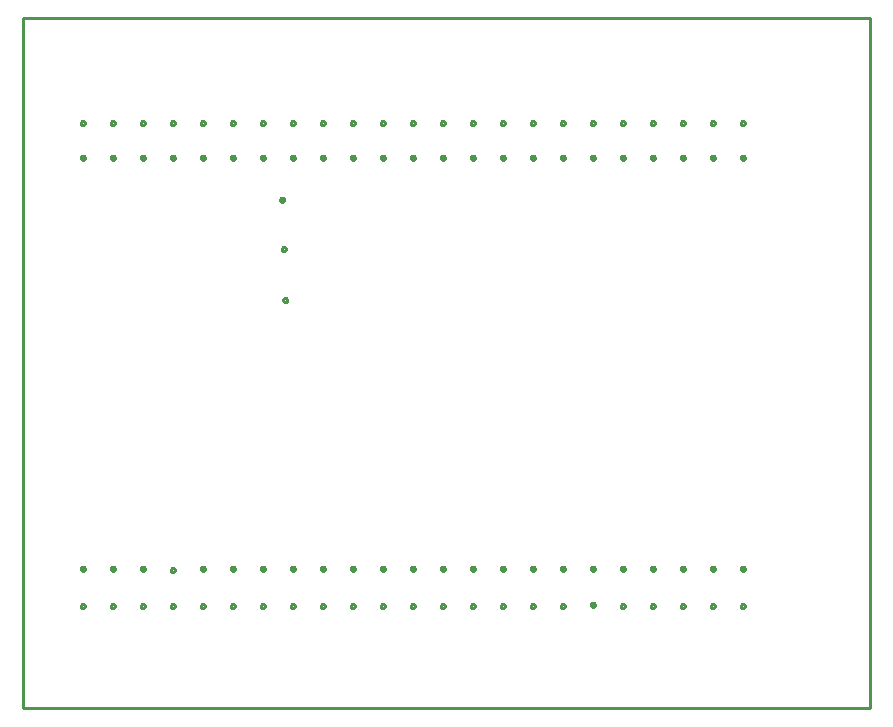
<source format=gbr>
G04 EAGLE Gerber RS-274X export*
G75*
%MOMM*%
%FSLAX34Y34*%
%LPD*%
%IN*%
%IPPOS*%
%AMOC8*
5,1,8,0,0,1.08239X$1,22.5*%
G01*
%ADD10C,0.254000*%


D10*
X0Y0D02*
X717550Y0D01*
X717550Y584200D01*
X0Y584200D01*
X0Y0D01*
X404650Y465918D02*
X404717Y465580D01*
X404849Y465261D01*
X405041Y464974D01*
X405284Y464731D01*
X405571Y464539D01*
X405890Y464407D01*
X406228Y464340D01*
X406572Y464340D01*
X406910Y464407D01*
X407229Y464539D01*
X407516Y464731D01*
X407759Y464974D01*
X407951Y465261D01*
X408083Y465580D01*
X408150Y465918D01*
X408150Y466262D01*
X408083Y466600D01*
X407951Y466919D01*
X407759Y467206D01*
X407516Y467449D01*
X407229Y467641D01*
X406910Y467773D01*
X406572Y467840D01*
X406228Y467840D01*
X405890Y467773D01*
X405571Y467641D01*
X405284Y467449D01*
X405041Y467206D01*
X404849Y466919D01*
X404717Y466600D01*
X404650Y466262D01*
X404650Y465918D01*
X430050Y465918D02*
X430117Y465580D01*
X430249Y465261D01*
X430441Y464974D01*
X430684Y464731D01*
X430971Y464539D01*
X431290Y464407D01*
X431628Y464340D01*
X431972Y464340D01*
X432310Y464407D01*
X432629Y464539D01*
X432916Y464731D01*
X433159Y464974D01*
X433351Y465261D01*
X433483Y465580D01*
X433550Y465918D01*
X433550Y466262D01*
X433483Y466600D01*
X433351Y466919D01*
X433159Y467206D01*
X432916Y467449D01*
X432629Y467641D01*
X432310Y467773D01*
X431972Y467840D01*
X431628Y467840D01*
X431290Y467773D01*
X430971Y467641D01*
X430684Y467449D01*
X430441Y467206D01*
X430249Y466919D01*
X430117Y466600D01*
X430050Y466262D01*
X430050Y465918D01*
X455450Y465918D02*
X455517Y465580D01*
X455649Y465261D01*
X455841Y464974D01*
X456084Y464731D01*
X456371Y464539D01*
X456690Y464407D01*
X457028Y464340D01*
X457372Y464340D01*
X457710Y464407D01*
X458029Y464539D01*
X458316Y464731D01*
X458559Y464974D01*
X458751Y465261D01*
X458883Y465580D01*
X458950Y465918D01*
X458950Y466262D01*
X458883Y466600D01*
X458751Y466919D01*
X458559Y467206D01*
X458316Y467449D01*
X458029Y467641D01*
X457710Y467773D01*
X457372Y467840D01*
X457028Y467840D01*
X456690Y467773D01*
X456371Y467641D01*
X456084Y467449D01*
X455841Y467206D01*
X455649Y466919D01*
X455517Y466600D01*
X455450Y466262D01*
X455450Y465918D01*
X480850Y465918D02*
X480917Y465580D01*
X481049Y465261D01*
X481241Y464974D01*
X481484Y464731D01*
X481771Y464539D01*
X482090Y464407D01*
X482428Y464340D01*
X482772Y464340D01*
X483110Y464407D01*
X483429Y464539D01*
X483716Y464731D01*
X483959Y464974D01*
X484151Y465261D01*
X484283Y465580D01*
X484350Y465918D01*
X484350Y466262D01*
X484283Y466600D01*
X484151Y466919D01*
X483959Y467206D01*
X483716Y467449D01*
X483429Y467641D01*
X483110Y467773D01*
X482772Y467840D01*
X482428Y467840D01*
X482090Y467773D01*
X481771Y467641D01*
X481484Y467449D01*
X481241Y467206D01*
X481049Y466919D01*
X480917Y466600D01*
X480850Y466262D01*
X480850Y465918D01*
X506250Y465918D02*
X506317Y465580D01*
X506449Y465261D01*
X506641Y464974D01*
X506884Y464731D01*
X507171Y464539D01*
X507490Y464407D01*
X507828Y464340D01*
X508172Y464340D01*
X508510Y464407D01*
X508829Y464539D01*
X509116Y464731D01*
X509359Y464974D01*
X509551Y465261D01*
X509683Y465580D01*
X509750Y465918D01*
X509750Y466262D01*
X509683Y466600D01*
X509551Y466919D01*
X509359Y467206D01*
X509116Y467449D01*
X508829Y467641D01*
X508510Y467773D01*
X508172Y467840D01*
X507828Y467840D01*
X507490Y467773D01*
X507171Y467641D01*
X506884Y467449D01*
X506641Y467206D01*
X506449Y466919D01*
X506317Y466600D01*
X506250Y466262D01*
X506250Y465918D01*
X531650Y465918D02*
X531717Y465580D01*
X531849Y465261D01*
X532041Y464974D01*
X532284Y464731D01*
X532571Y464539D01*
X532890Y464407D01*
X533228Y464340D01*
X533572Y464340D01*
X533910Y464407D01*
X534229Y464539D01*
X534516Y464731D01*
X534759Y464974D01*
X534951Y465261D01*
X535083Y465580D01*
X535150Y465918D01*
X535150Y466262D01*
X535083Y466600D01*
X534951Y466919D01*
X534759Y467206D01*
X534516Y467449D01*
X534229Y467641D01*
X533910Y467773D01*
X533572Y467840D01*
X533228Y467840D01*
X532890Y467773D01*
X532571Y467641D01*
X532284Y467449D01*
X532041Y467206D01*
X531849Y466919D01*
X531717Y466600D01*
X531650Y466262D01*
X531650Y465918D01*
X557050Y465918D02*
X557117Y465580D01*
X557249Y465261D01*
X557441Y464974D01*
X557684Y464731D01*
X557971Y464539D01*
X558290Y464407D01*
X558628Y464340D01*
X558972Y464340D01*
X559310Y464407D01*
X559629Y464539D01*
X559916Y464731D01*
X560159Y464974D01*
X560351Y465261D01*
X560483Y465580D01*
X560550Y465918D01*
X560550Y466262D01*
X560483Y466600D01*
X560351Y466919D01*
X560159Y467206D01*
X559916Y467449D01*
X559629Y467641D01*
X559310Y467773D01*
X558972Y467840D01*
X558628Y467840D01*
X558290Y467773D01*
X557971Y467641D01*
X557684Y467449D01*
X557441Y467206D01*
X557249Y466919D01*
X557117Y466600D01*
X557050Y466262D01*
X557050Y465918D01*
X582450Y465918D02*
X582517Y465580D01*
X582649Y465261D01*
X582841Y464974D01*
X583084Y464731D01*
X583371Y464539D01*
X583690Y464407D01*
X584028Y464340D01*
X584372Y464340D01*
X584710Y464407D01*
X585029Y464539D01*
X585316Y464731D01*
X585559Y464974D01*
X585751Y465261D01*
X585883Y465580D01*
X585950Y465918D01*
X585950Y466262D01*
X585883Y466600D01*
X585751Y466919D01*
X585559Y467206D01*
X585316Y467449D01*
X585029Y467641D01*
X584710Y467773D01*
X584372Y467840D01*
X584028Y467840D01*
X583690Y467773D01*
X583371Y467641D01*
X583084Y467449D01*
X582841Y467206D01*
X582649Y466919D01*
X582517Y466600D01*
X582450Y466262D01*
X582450Y465918D01*
X607850Y465918D02*
X607917Y465580D01*
X608049Y465261D01*
X608241Y464974D01*
X608484Y464731D01*
X608771Y464539D01*
X609090Y464407D01*
X609428Y464340D01*
X609772Y464340D01*
X610110Y464407D01*
X610429Y464539D01*
X610716Y464731D01*
X610959Y464974D01*
X611151Y465261D01*
X611283Y465580D01*
X611350Y465918D01*
X611350Y466262D01*
X611283Y466600D01*
X611151Y466919D01*
X610959Y467206D01*
X610716Y467449D01*
X610429Y467641D01*
X610110Y467773D01*
X609772Y467840D01*
X609428Y467840D01*
X609090Y467773D01*
X608771Y467641D01*
X608484Y467449D01*
X608241Y467206D01*
X608049Y466919D01*
X607917Y466600D01*
X607850Y466262D01*
X607850Y465918D01*
X224000Y345268D02*
X223933Y344930D01*
X223801Y344611D01*
X223609Y344324D01*
X223366Y344081D01*
X223079Y343889D01*
X222760Y343757D01*
X222422Y343690D01*
X222078Y343690D01*
X221740Y343757D01*
X221421Y343889D01*
X221134Y344081D01*
X220891Y344324D01*
X220699Y344611D01*
X220567Y344930D01*
X220500Y345268D01*
X220500Y345612D01*
X220567Y345950D01*
X220699Y346269D01*
X220891Y346556D01*
X221134Y346799D01*
X221421Y346991D01*
X221740Y347123D01*
X222078Y347190D01*
X222422Y347190D01*
X222760Y347123D01*
X223079Y346991D01*
X223366Y346799D01*
X223609Y346556D01*
X223801Y346269D01*
X223933Y345950D01*
X224000Y345612D01*
X224000Y345268D01*
X221460Y430358D02*
X221393Y430020D01*
X221261Y429701D01*
X221069Y429414D01*
X220826Y429171D01*
X220539Y428979D01*
X220220Y428847D01*
X219882Y428780D01*
X219538Y428780D01*
X219200Y428847D01*
X218881Y428979D01*
X218594Y429171D01*
X218351Y429414D01*
X218159Y429701D01*
X218027Y430020D01*
X217960Y430358D01*
X217960Y430702D01*
X218027Y431040D01*
X218159Y431359D01*
X218351Y431646D01*
X218594Y431889D01*
X218881Y432081D01*
X219200Y432213D01*
X219538Y432280D01*
X219882Y432280D01*
X220220Y432213D01*
X220539Y432081D01*
X220826Y431889D01*
X221069Y431646D01*
X221261Y431359D01*
X221393Y431040D01*
X221460Y430702D01*
X221460Y430358D01*
X222730Y388448D02*
X222663Y388110D01*
X222531Y387791D01*
X222339Y387504D01*
X222096Y387261D01*
X221809Y387069D01*
X221490Y386937D01*
X221152Y386870D01*
X220808Y386870D01*
X220470Y386937D01*
X220151Y387069D01*
X219864Y387261D01*
X219621Y387504D01*
X219429Y387791D01*
X219297Y388110D01*
X219230Y388448D01*
X219230Y388792D01*
X219297Y389130D01*
X219429Y389449D01*
X219621Y389736D01*
X219864Y389979D01*
X220151Y390171D01*
X220470Y390303D01*
X220808Y390370D01*
X221152Y390370D01*
X221490Y390303D01*
X221809Y390171D01*
X222096Y389979D01*
X222339Y389736D01*
X222531Y389449D01*
X222663Y389130D01*
X222730Y388792D01*
X222730Y388448D01*
X52550Y117938D02*
X52483Y117600D01*
X52351Y117281D01*
X52159Y116994D01*
X51916Y116751D01*
X51629Y116559D01*
X51310Y116427D01*
X50972Y116360D01*
X50628Y116360D01*
X50290Y116427D01*
X49971Y116559D01*
X49684Y116751D01*
X49441Y116994D01*
X49249Y117281D01*
X49117Y117600D01*
X49050Y117938D01*
X49050Y118282D01*
X49117Y118620D01*
X49249Y118939D01*
X49441Y119226D01*
X49684Y119469D01*
X49971Y119661D01*
X50290Y119793D01*
X50628Y119860D01*
X50972Y119860D01*
X51310Y119793D01*
X51629Y119661D01*
X51916Y119469D01*
X52159Y119226D01*
X52351Y118939D01*
X52483Y118620D01*
X52550Y118282D01*
X52550Y117938D01*
X77950Y117938D02*
X77883Y117600D01*
X77751Y117281D01*
X77559Y116994D01*
X77316Y116751D01*
X77029Y116559D01*
X76710Y116427D01*
X76372Y116360D01*
X76028Y116360D01*
X75690Y116427D01*
X75371Y116559D01*
X75084Y116751D01*
X74841Y116994D01*
X74649Y117281D01*
X74517Y117600D01*
X74450Y117938D01*
X74450Y118282D01*
X74517Y118620D01*
X74649Y118939D01*
X74841Y119226D01*
X75084Y119469D01*
X75371Y119661D01*
X75690Y119793D01*
X76028Y119860D01*
X76372Y119860D01*
X76710Y119793D01*
X77029Y119661D01*
X77316Y119469D01*
X77559Y119226D01*
X77751Y118939D01*
X77883Y118620D01*
X77950Y118282D01*
X77950Y117938D01*
X103350Y117938D02*
X103283Y117600D01*
X103151Y117281D01*
X102959Y116994D01*
X102716Y116751D01*
X102429Y116559D01*
X102110Y116427D01*
X101772Y116360D01*
X101428Y116360D01*
X101090Y116427D01*
X100771Y116559D01*
X100484Y116751D01*
X100241Y116994D01*
X100049Y117281D01*
X99917Y117600D01*
X99850Y117938D01*
X99850Y118282D01*
X99917Y118620D01*
X100049Y118939D01*
X100241Y119226D01*
X100484Y119469D01*
X100771Y119661D01*
X101090Y119793D01*
X101428Y119860D01*
X101772Y119860D01*
X102110Y119793D01*
X102429Y119661D01*
X102716Y119469D01*
X102959Y119226D01*
X103151Y118939D01*
X103283Y118620D01*
X103350Y118282D01*
X103350Y117938D01*
X128750Y116668D02*
X128683Y116330D01*
X128551Y116011D01*
X128359Y115724D01*
X128116Y115481D01*
X127829Y115289D01*
X127510Y115157D01*
X127172Y115090D01*
X126828Y115090D01*
X126490Y115157D01*
X126171Y115289D01*
X125884Y115481D01*
X125641Y115724D01*
X125449Y116011D01*
X125317Y116330D01*
X125250Y116668D01*
X125250Y117012D01*
X125317Y117350D01*
X125449Y117669D01*
X125641Y117956D01*
X125884Y118199D01*
X126171Y118391D01*
X126490Y118523D01*
X126828Y118590D01*
X127172Y118590D01*
X127510Y118523D01*
X127829Y118391D01*
X128116Y118199D01*
X128359Y117956D01*
X128551Y117669D01*
X128683Y117350D01*
X128750Y117012D01*
X128750Y116668D01*
X154150Y117938D02*
X154083Y117600D01*
X153951Y117281D01*
X153759Y116994D01*
X153516Y116751D01*
X153229Y116559D01*
X152910Y116427D01*
X152572Y116360D01*
X152228Y116360D01*
X151890Y116427D01*
X151571Y116559D01*
X151284Y116751D01*
X151041Y116994D01*
X150849Y117281D01*
X150717Y117600D01*
X150650Y117938D01*
X150650Y118282D01*
X150717Y118620D01*
X150849Y118939D01*
X151041Y119226D01*
X151284Y119469D01*
X151571Y119661D01*
X151890Y119793D01*
X152228Y119860D01*
X152572Y119860D01*
X152910Y119793D01*
X153229Y119661D01*
X153516Y119469D01*
X153759Y119226D01*
X153951Y118939D01*
X154083Y118620D01*
X154150Y118282D01*
X154150Y117938D01*
X179550Y117938D02*
X179483Y117600D01*
X179351Y117281D01*
X179159Y116994D01*
X178916Y116751D01*
X178629Y116559D01*
X178310Y116427D01*
X177972Y116360D01*
X177628Y116360D01*
X177290Y116427D01*
X176971Y116559D01*
X176684Y116751D01*
X176441Y116994D01*
X176249Y117281D01*
X176117Y117600D01*
X176050Y117938D01*
X176050Y118282D01*
X176117Y118620D01*
X176249Y118939D01*
X176441Y119226D01*
X176684Y119469D01*
X176971Y119661D01*
X177290Y119793D01*
X177628Y119860D01*
X177972Y119860D01*
X178310Y119793D01*
X178629Y119661D01*
X178916Y119469D01*
X179159Y119226D01*
X179351Y118939D01*
X179483Y118620D01*
X179550Y118282D01*
X179550Y117938D01*
X204950Y117938D02*
X204883Y117600D01*
X204751Y117281D01*
X204559Y116994D01*
X204316Y116751D01*
X204029Y116559D01*
X203710Y116427D01*
X203372Y116360D01*
X203028Y116360D01*
X202690Y116427D01*
X202371Y116559D01*
X202084Y116751D01*
X201841Y116994D01*
X201649Y117281D01*
X201517Y117600D01*
X201450Y117938D01*
X201450Y118282D01*
X201517Y118620D01*
X201649Y118939D01*
X201841Y119226D01*
X202084Y119469D01*
X202371Y119661D01*
X202690Y119793D01*
X203028Y119860D01*
X203372Y119860D01*
X203710Y119793D01*
X204029Y119661D01*
X204316Y119469D01*
X204559Y119226D01*
X204751Y118939D01*
X204883Y118620D01*
X204950Y118282D01*
X204950Y117938D01*
X230350Y117938D02*
X230283Y117600D01*
X230151Y117281D01*
X229959Y116994D01*
X229716Y116751D01*
X229429Y116559D01*
X229110Y116427D01*
X228772Y116360D01*
X228428Y116360D01*
X228090Y116427D01*
X227771Y116559D01*
X227484Y116751D01*
X227241Y116994D01*
X227049Y117281D01*
X226917Y117600D01*
X226850Y117938D01*
X226850Y118282D01*
X226917Y118620D01*
X227049Y118939D01*
X227241Y119226D01*
X227484Y119469D01*
X227771Y119661D01*
X228090Y119793D01*
X228428Y119860D01*
X228772Y119860D01*
X229110Y119793D01*
X229429Y119661D01*
X229716Y119469D01*
X229959Y119226D01*
X230151Y118939D01*
X230283Y118620D01*
X230350Y118282D01*
X230350Y117938D01*
X255750Y117938D02*
X255683Y117600D01*
X255551Y117281D01*
X255359Y116994D01*
X255116Y116751D01*
X254829Y116559D01*
X254510Y116427D01*
X254172Y116360D01*
X253828Y116360D01*
X253490Y116427D01*
X253171Y116559D01*
X252884Y116751D01*
X252641Y116994D01*
X252449Y117281D01*
X252317Y117600D01*
X252250Y117938D01*
X252250Y118282D01*
X252317Y118620D01*
X252449Y118939D01*
X252641Y119226D01*
X252884Y119469D01*
X253171Y119661D01*
X253490Y119793D01*
X253828Y119860D01*
X254172Y119860D01*
X254510Y119793D01*
X254829Y119661D01*
X255116Y119469D01*
X255359Y119226D01*
X255551Y118939D01*
X255683Y118620D01*
X255750Y118282D01*
X255750Y117938D01*
X277650Y117938D02*
X277717Y117600D01*
X277849Y117281D01*
X278041Y116994D01*
X278284Y116751D01*
X278571Y116559D01*
X278890Y116427D01*
X279228Y116360D01*
X279572Y116360D01*
X279910Y116427D01*
X280229Y116559D01*
X280516Y116751D01*
X280759Y116994D01*
X280951Y117281D01*
X281083Y117600D01*
X281150Y117938D01*
X281150Y118282D01*
X281083Y118620D01*
X280951Y118939D01*
X280759Y119226D01*
X280516Y119469D01*
X280229Y119661D01*
X279910Y119793D01*
X279572Y119860D01*
X279228Y119860D01*
X278890Y119793D01*
X278571Y119661D01*
X278284Y119469D01*
X278041Y119226D01*
X277849Y118939D01*
X277717Y118620D01*
X277650Y118282D01*
X277650Y117938D01*
X303050Y117938D02*
X303117Y117600D01*
X303249Y117281D01*
X303441Y116994D01*
X303684Y116751D01*
X303971Y116559D01*
X304290Y116427D01*
X304628Y116360D01*
X304972Y116360D01*
X305310Y116427D01*
X305629Y116559D01*
X305916Y116751D01*
X306159Y116994D01*
X306351Y117281D01*
X306483Y117600D01*
X306550Y117938D01*
X306550Y118282D01*
X306483Y118620D01*
X306351Y118939D01*
X306159Y119226D01*
X305916Y119469D01*
X305629Y119661D01*
X305310Y119793D01*
X304972Y119860D01*
X304628Y119860D01*
X304290Y119793D01*
X303971Y119661D01*
X303684Y119469D01*
X303441Y119226D01*
X303249Y118939D01*
X303117Y118620D01*
X303050Y118282D01*
X303050Y117938D01*
X331950Y117938D02*
X331883Y117600D01*
X331751Y117281D01*
X331559Y116994D01*
X331316Y116751D01*
X331029Y116559D01*
X330710Y116427D01*
X330372Y116360D01*
X330028Y116360D01*
X329690Y116427D01*
X329371Y116559D01*
X329084Y116751D01*
X328841Y116994D01*
X328649Y117281D01*
X328517Y117600D01*
X328450Y117938D01*
X328450Y118282D01*
X328517Y118620D01*
X328649Y118939D01*
X328841Y119226D01*
X329084Y119469D01*
X329371Y119661D01*
X329690Y119793D01*
X330028Y119860D01*
X330372Y119860D01*
X330710Y119793D01*
X331029Y119661D01*
X331316Y119469D01*
X331559Y119226D01*
X331751Y118939D01*
X331883Y118620D01*
X331950Y118282D01*
X331950Y117938D01*
X357350Y117938D02*
X357283Y117600D01*
X357151Y117281D01*
X356959Y116994D01*
X356716Y116751D01*
X356429Y116559D01*
X356110Y116427D01*
X355772Y116360D01*
X355428Y116360D01*
X355090Y116427D01*
X354771Y116559D01*
X354484Y116751D01*
X354241Y116994D01*
X354049Y117281D01*
X353917Y117600D01*
X353850Y117938D01*
X353850Y118282D01*
X353917Y118620D01*
X354049Y118939D01*
X354241Y119226D01*
X354484Y119469D01*
X354771Y119661D01*
X355090Y119793D01*
X355428Y119860D01*
X355772Y119860D01*
X356110Y119793D01*
X356429Y119661D01*
X356716Y119469D01*
X356959Y119226D01*
X357151Y118939D01*
X357283Y118620D01*
X357350Y118282D01*
X357350Y117938D01*
X379250Y117938D02*
X379317Y117600D01*
X379449Y117281D01*
X379641Y116994D01*
X379884Y116751D01*
X380171Y116559D01*
X380490Y116427D01*
X380828Y116360D01*
X381172Y116360D01*
X381510Y116427D01*
X381829Y116559D01*
X382116Y116751D01*
X382359Y116994D01*
X382551Y117281D01*
X382683Y117600D01*
X382750Y117938D01*
X382750Y118282D01*
X382683Y118620D01*
X382551Y118939D01*
X382359Y119226D01*
X382116Y119469D01*
X381829Y119661D01*
X381510Y119793D01*
X381172Y119860D01*
X380828Y119860D01*
X380490Y119793D01*
X380171Y119661D01*
X379884Y119469D01*
X379641Y119226D01*
X379449Y118939D01*
X379317Y118620D01*
X379250Y118282D01*
X379250Y117938D01*
X408150Y117938D02*
X408083Y117600D01*
X407951Y117281D01*
X407759Y116994D01*
X407516Y116751D01*
X407229Y116559D01*
X406910Y116427D01*
X406572Y116360D01*
X406228Y116360D01*
X405890Y116427D01*
X405571Y116559D01*
X405284Y116751D01*
X405041Y116994D01*
X404849Y117281D01*
X404717Y117600D01*
X404650Y117938D01*
X404650Y118282D01*
X404717Y118620D01*
X404849Y118939D01*
X405041Y119226D01*
X405284Y119469D01*
X405571Y119661D01*
X405890Y119793D01*
X406228Y119860D01*
X406572Y119860D01*
X406910Y119793D01*
X407229Y119661D01*
X407516Y119469D01*
X407759Y119226D01*
X407951Y118939D01*
X408083Y118620D01*
X408150Y118282D01*
X408150Y117938D01*
X433550Y117938D02*
X433483Y117600D01*
X433351Y117281D01*
X433159Y116994D01*
X432916Y116751D01*
X432629Y116559D01*
X432310Y116427D01*
X431972Y116360D01*
X431628Y116360D01*
X431290Y116427D01*
X430971Y116559D01*
X430684Y116751D01*
X430441Y116994D01*
X430249Y117281D01*
X430117Y117600D01*
X430050Y117938D01*
X430050Y118282D01*
X430117Y118620D01*
X430249Y118939D01*
X430441Y119226D01*
X430684Y119469D01*
X430971Y119661D01*
X431290Y119793D01*
X431628Y119860D01*
X431972Y119860D01*
X432310Y119793D01*
X432629Y119661D01*
X432916Y119469D01*
X433159Y119226D01*
X433351Y118939D01*
X433483Y118620D01*
X433550Y118282D01*
X433550Y117938D01*
X458950Y117938D02*
X458883Y117600D01*
X458751Y117281D01*
X458559Y116994D01*
X458316Y116751D01*
X458029Y116559D01*
X457710Y116427D01*
X457372Y116360D01*
X457028Y116360D01*
X456690Y116427D01*
X456371Y116559D01*
X456084Y116751D01*
X455841Y116994D01*
X455649Y117281D01*
X455517Y117600D01*
X455450Y117938D01*
X455450Y118282D01*
X455517Y118620D01*
X455649Y118939D01*
X455841Y119226D01*
X456084Y119469D01*
X456371Y119661D01*
X456690Y119793D01*
X457028Y119860D01*
X457372Y119860D01*
X457710Y119793D01*
X458029Y119661D01*
X458316Y119469D01*
X458559Y119226D01*
X458751Y118939D01*
X458883Y118620D01*
X458950Y118282D01*
X458950Y117938D01*
X484350Y117938D02*
X484283Y117600D01*
X484151Y117281D01*
X483959Y116994D01*
X483716Y116751D01*
X483429Y116559D01*
X483110Y116427D01*
X482772Y116360D01*
X482428Y116360D01*
X482090Y116427D01*
X481771Y116559D01*
X481484Y116751D01*
X481241Y116994D01*
X481049Y117281D01*
X480917Y117600D01*
X480850Y117938D01*
X480850Y118282D01*
X480917Y118620D01*
X481049Y118939D01*
X481241Y119226D01*
X481484Y119469D01*
X481771Y119661D01*
X482090Y119793D01*
X482428Y119860D01*
X482772Y119860D01*
X483110Y119793D01*
X483429Y119661D01*
X483716Y119469D01*
X483959Y119226D01*
X484151Y118939D01*
X484283Y118620D01*
X484350Y118282D01*
X484350Y117938D01*
X509750Y117938D02*
X509683Y117600D01*
X509551Y117281D01*
X509359Y116994D01*
X509116Y116751D01*
X508829Y116559D01*
X508510Y116427D01*
X508172Y116360D01*
X507828Y116360D01*
X507490Y116427D01*
X507171Y116559D01*
X506884Y116751D01*
X506641Y116994D01*
X506449Y117281D01*
X506317Y117600D01*
X506250Y117938D01*
X506250Y118282D01*
X506317Y118620D01*
X506449Y118939D01*
X506641Y119226D01*
X506884Y119469D01*
X507171Y119661D01*
X507490Y119793D01*
X507828Y119860D01*
X508172Y119860D01*
X508510Y119793D01*
X508829Y119661D01*
X509116Y119469D01*
X509359Y119226D01*
X509551Y118939D01*
X509683Y118620D01*
X509750Y118282D01*
X509750Y117938D01*
X535150Y117938D02*
X535083Y117600D01*
X534951Y117281D01*
X534759Y116994D01*
X534516Y116751D01*
X534229Y116559D01*
X533910Y116427D01*
X533572Y116360D01*
X533228Y116360D01*
X532890Y116427D01*
X532571Y116559D01*
X532284Y116751D01*
X532041Y116994D01*
X531849Y117281D01*
X531717Y117600D01*
X531650Y117938D01*
X531650Y118282D01*
X531717Y118620D01*
X531849Y118939D01*
X532041Y119226D01*
X532284Y119469D01*
X532571Y119661D01*
X532890Y119793D01*
X533228Y119860D01*
X533572Y119860D01*
X533910Y119793D01*
X534229Y119661D01*
X534516Y119469D01*
X534759Y119226D01*
X534951Y118939D01*
X535083Y118620D01*
X535150Y118282D01*
X535150Y117938D01*
X560550Y117938D02*
X560483Y117600D01*
X560351Y117281D01*
X560159Y116994D01*
X559916Y116751D01*
X559629Y116559D01*
X559310Y116427D01*
X558972Y116360D01*
X558628Y116360D01*
X558290Y116427D01*
X557971Y116559D01*
X557684Y116751D01*
X557441Y116994D01*
X557249Y117281D01*
X557117Y117600D01*
X557050Y117938D01*
X557050Y118282D01*
X557117Y118620D01*
X557249Y118939D01*
X557441Y119226D01*
X557684Y119469D01*
X557971Y119661D01*
X558290Y119793D01*
X558628Y119860D01*
X558972Y119860D01*
X559310Y119793D01*
X559629Y119661D01*
X559916Y119469D01*
X560159Y119226D01*
X560351Y118939D01*
X560483Y118620D01*
X560550Y118282D01*
X560550Y117938D01*
X585950Y117938D02*
X585883Y117600D01*
X585751Y117281D01*
X585559Y116994D01*
X585316Y116751D01*
X585029Y116559D01*
X584710Y116427D01*
X584372Y116360D01*
X584028Y116360D01*
X583690Y116427D01*
X583371Y116559D01*
X583084Y116751D01*
X582841Y116994D01*
X582649Y117281D01*
X582517Y117600D01*
X582450Y117938D01*
X582450Y118282D01*
X582517Y118620D01*
X582649Y118939D01*
X582841Y119226D01*
X583084Y119469D01*
X583371Y119661D01*
X583690Y119793D01*
X584028Y119860D01*
X584372Y119860D01*
X584710Y119793D01*
X585029Y119661D01*
X585316Y119469D01*
X585559Y119226D01*
X585751Y118939D01*
X585883Y118620D01*
X585950Y118282D01*
X585950Y117938D01*
X611350Y117938D02*
X611283Y117600D01*
X611151Y117281D01*
X610959Y116994D01*
X610716Y116751D01*
X610429Y116559D01*
X610110Y116427D01*
X609772Y116360D01*
X609428Y116360D01*
X609090Y116427D01*
X608771Y116559D01*
X608484Y116751D01*
X608241Y116994D01*
X608049Y117281D01*
X607917Y117600D01*
X607850Y117938D01*
X607850Y118282D01*
X607917Y118620D01*
X608049Y118939D01*
X608241Y119226D01*
X608484Y119469D01*
X608771Y119661D01*
X609090Y119793D01*
X609428Y119860D01*
X609772Y119860D01*
X610110Y119793D01*
X610429Y119661D01*
X610716Y119469D01*
X610959Y119226D01*
X611151Y118939D01*
X611283Y118620D01*
X611350Y118282D01*
X611350Y117938D01*
X52550Y86188D02*
X52483Y85850D01*
X52351Y85531D01*
X52159Y85244D01*
X51916Y85001D01*
X51629Y84809D01*
X51310Y84677D01*
X50972Y84610D01*
X50628Y84610D01*
X50290Y84677D01*
X49971Y84809D01*
X49684Y85001D01*
X49441Y85244D01*
X49249Y85531D01*
X49117Y85850D01*
X49050Y86188D01*
X49050Y86532D01*
X49117Y86870D01*
X49249Y87189D01*
X49441Y87476D01*
X49684Y87719D01*
X49971Y87911D01*
X50290Y88043D01*
X50628Y88110D01*
X50972Y88110D01*
X51310Y88043D01*
X51629Y87911D01*
X51916Y87719D01*
X52159Y87476D01*
X52351Y87189D01*
X52483Y86870D01*
X52550Y86532D01*
X52550Y86188D01*
X77950Y86188D02*
X77883Y85850D01*
X77751Y85531D01*
X77559Y85244D01*
X77316Y85001D01*
X77029Y84809D01*
X76710Y84677D01*
X76372Y84610D01*
X76028Y84610D01*
X75690Y84677D01*
X75371Y84809D01*
X75084Y85001D01*
X74841Y85244D01*
X74649Y85531D01*
X74517Y85850D01*
X74450Y86188D01*
X74450Y86532D01*
X74517Y86870D01*
X74649Y87189D01*
X74841Y87476D01*
X75084Y87719D01*
X75371Y87911D01*
X75690Y88043D01*
X76028Y88110D01*
X76372Y88110D01*
X76710Y88043D01*
X77029Y87911D01*
X77316Y87719D01*
X77559Y87476D01*
X77751Y87189D01*
X77883Y86870D01*
X77950Y86532D01*
X77950Y86188D01*
X103350Y86188D02*
X103283Y85850D01*
X103151Y85531D01*
X102959Y85244D01*
X102716Y85001D01*
X102429Y84809D01*
X102110Y84677D01*
X101772Y84610D01*
X101428Y84610D01*
X101090Y84677D01*
X100771Y84809D01*
X100484Y85001D01*
X100241Y85244D01*
X100049Y85531D01*
X99917Y85850D01*
X99850Y86188D01*
X99850Y86532D01*
X99917Y86870D01*
X100049Y87189D01*
X100241Y87476D01*
X100484Y87719D01*
X100771Y87911D01*
X101090Y88043D01*
X101428Y88110D01*
X101772Y88110D01*
X102110Y88043D01*
X102429Y87911D01*
X102716Y87719D01*
X102959Y87476D01*
X103151Y87189D01*
X103283Y86870D01*
X103350Y86532D01*
X103350Y86188D01*
X128750Y86188D02*
X128683Y85850D01*
X128551Y85531D01*
X128359Y85244D01*
X128116Y85001D01*
X127829Y84809D01*
X127510Y84677D01*
X127172Y84610D01*
X126828Y84610D01*
X126490Y84677D01*
X126171Y84809D01*
X125884Y85001D01*
X125641Y85244D01*
X125449Y85531D01*
X125317Y85850D01*
X125250Y86188D01*
X125250Y86532D01*
X125317Y86870D01*
X125449Y87189D01*
X125641Y87476D01*
X125884Y87719D01*
X126171Y87911D01*
X126490Y88043D01*
X126828Y88110D01*
X127172Y88110D01*
X127510Y88043D01*
X127829Y87911D01*
X128116Y87719D01*
X128359Y87476D01*
X128551Y87189D01*
X128683Y86870D01*
X128750Y86532D01*
X128750Y86188D01*
X154150Y86188D02*
X154083Y85850D01*
X153951Y85531D01*
X153759Y85244D01*
X153516Y85001D01*
X153229Y84809D01*
X152910Y84677D01*
X152572Y84610D01*
X152228Y84610D01*
X151890Y84677D01*
X151571Y84809D01*
X151284Y85001D01*
X151041Y85244D01*
X150849Y85531D01*
X150717Y85850D01*
X150650Y86188D01*
X150650Y86532D01*
X150717Y86870D01*
X150849Y87189D01*
X151041Y87476D01*
X151284Y87719D01*
X151571Y87911D01*
X151890Y88043D01*
X152228Y88110D01*
X152572Y88110D01*
X152910Y88043D01*
X153229Y87911D01*
X153516Y87719D01*
X153759Y87476D01*
X153951Y87189D01*
X154083Y86870D01*
X154150Y86532D01*
X154150Y86188D01*
X176050Y86188D02*
X176117Y85850D01*
X176249Y85531D01*
X176441Y85244D01*
X176684Y85001D01*
X176971Y84809D01*
X177290Y84677D01*
X177628Y84610D01*
X177972Y84610D01*
X178310Y84677D01*
X178629Y84809D01*
X178916Y85001D01*
X179159Y85244D01*
X179351Y85531D01*
X179483Y85850D01*
X179550Y86188D01*
X179550Y86532D01*
X179483Y86870D01*
X179351Y87189D01*
X179159Y87476D01*
X178916Y87719D01*
X178629Y87911D01*
X178310Y88043D01*
X177972Y88110D01*
X177628Y88110D01*
X177290Y88043D01*
X176971Y87911D01*
X176684Y87719D01*
X176441Y87476D01*
X176249Y87189D01*
X176117Y86870D01*
X176050Y86532D01*
X176050Y86188D01*
X204950Y86188D02*
X204883Y85850D01*
X204751Y85531D01*
X204559Y85244D01*
X204316Y85001D01*
X204029Y84809D01*
X203710Y84677D01*
X203372Y84610D01*
X203028Y84610D01*
X202690Y84677D01*
X202371Y84809D01*
X202084Y85001D01*
X201841Y85244D01*
X201649Y85531D01*
X201517Y85850D01*
X201450Y86188D01*
X201450Y86532D01*
X201517Y86870D01*
X201649Y87189D01*
X201841Y87476D01*
X202084Y87719D01*
X202371Y87911D01*
X202690Y88043D01*
X203028Y88110D01*
X203372Y88110D01*
X203710Y88043D01*
X204029Y87911D01*
X204316Y87719D01*
X204559Y87476D01*
X204751Y87189D01*
X204883Y86870D01*
X204950Y86532D01*
X204950Y86188D01*
X230350Y86188D02*
X230283Y85850D01*
X230151Y85531D01*
X229959Y85244D01*
X229716Y85001D01*
X229429Y84809D01*
X229110Y84677D01*
X228772Y84610D01*
X228428Y84610D01*
X228090Y84677D01*
X227771Y84809D01*
X227484Y85001D01*
X227241Y85244D01*
X227049Y85531D01*
X226917Y85850D01*
X226850Y86188D01*
X226850Y86532D01*
X226917Y86870D01*
X227049Y87189D01*
X227241Y87476D01*
X227484Y87719D01*
X227771Y87911D01*
X228090Y88043D01*
X228428Y88110D01*
X228772Y88110D01*
X229110Y88043D01*
X229429Y87911D01*
X229716Y87719D01*
X229959Y87476D01*
X230151Y87189D01*
X230283Y86870D01*
X230350Y86532D01*
X230350Y86188D01*
X255750Y86188D02*
X255683Y85850D01*
X255551Y85531D01*
X255359Y85244D01*
X255116Y85001D01*
X254829Y84809D01*
X254510Y84677D01*
X254172Y84610D01*
X253828Y84610D01*
X253490Y84677D01*
X253171Y84809D01*
X252884Y85001D01*
X252641Y85244D01*
X252449Y85531D01*
X252317Y85850D01*
X252250Y86188D01*
X252250Y86532D01*
X252317Y86870D01*
X252449Y87189D01*
X252641Y87476D01*
X252884Y87719D01*
X253171Y87911D01*
X253490Y88043D01*
X253828Y88110D01*
X254172Y88110D01*
X254510Y88043D01*
X254829Y87911D01*
X255116Y87719D01*
X255359Y87476D01*
X255551Y87189D01*
X255683Y86870D01*
X255750Y86532D01*
X255750Y86188D01*
X281150Y86188D02*
X281083Y85850D01*
X280951Y85531D01*
X280759Y85244D01*
X280516Y85001D01*
X280229Y84809D01*
X279910Y84677D01*
X279572Y84610D01*
X279228Y84610D01*
X278890Y84677D01*
X278571Y84809D01*
X278284Y85001D01*
X278041Y85244D01*
X277849Y85531D01*
X277717Y85850D01*
X277650Y86188D01*
X277650Y86532D01*
X277717Y86870D01*
X277849Y87189D01*
X278041Y87476D01*
X278284Y87719D01*
X278571Y87911D01*
X278890Y88043D01*
X279228Y88110D01*
X279572Y88110D01*
X279910Y88043D01*
X280229Y87911D01*
X280516Y87719D01*
X280759Y87476D01*
X280951Y87189D01*
X281083Y86870D01*
X281150Y86532D01*
X281150Y86188D01*
X306550Y86188D02*
X306483Y85850D01*
X306351Y85531D01*
X306159Y85244D01*
X305916Y85001D01*
X305629Y84809D01*
X305310Y84677D01*
X304972Y84610D01*
X304628Y84610D01*
X304290Y84677D01*
X303971Y84809D01*
X303684Y85001D01*
X303441Y85244D01*
X303249Y85531D01*
X303117Y85850D01*
X303050Y86188D01*
X303050Y86532D01*
X303117Y86870D01*
X303249Y87189D01*
X303441Y87476D01*
X303684Y87719D01*
X303971Y87911D01*
X304290Y88043D01*
X304628Y88110D01*
X304972Y88110D01*
X305310Y88043D01*
X305629Y87911D01*
X305916Y87719D01*
X306159Y87476D01*
X306351Y87189D01*
X306483Y86870D01*
X306550Y86532D01*
X306550Y86188D01*
X331950Y86188D02*
X331883Y85850D01*
X331751Y85531D01*
X331559Y85244D01*
X331316Y85001D01*
X331029Y84809D01*
X330710Y84677D01*
X330372Y84610D01*
X330028Y84610D01*
X329690Y84677D01*
X329371Y84809D01*
X329084Y85001D01*
X328841Y85244D01*
X328649Y85531D01*
X328517Y85850D01*
X328450Y86188D01*
X328450Y86532D01*
X328517Y86870D01*
X328649Y87189D01*
X328841Y87476D01*
X329084Y87719D01*
X329371Y87911D01*
X329690Y88043D01*
X330028Y88110D01*
X330372Y88110D01*
X330710Y88043D01*
X331029Y87911D01*
X331316Y87719D01*
X331559Y87476D01*
X331751Y87189D01*
X331883Y86870D01*
X331950Y86532D01*
X331950Y86188D01*
X357350Y86188D02*
X357283Y85850D01*
X357151Y85531D01*
X356959Y85244D01*
X356716Y85001D01*
X356429Y84809D01*
X356110Y84677D01*
X355772Y84610D01*
X355428Y84610D01*
X355090Y84677D01*
X354771Y84809D01*
X354484Y85001D01*
X354241Y85244D01*
X354049Y85531D01*
X353917Y85850D01*
X353850Y86188D01*
X353850Y86532D01*
X353917Y86870D01*
X354049Y87189D01*
X354241Y87476D01*
X354484Y87719D01*
X354771Y87911D01*
X355090Y88043D01*
X355428Y88110D01*
X355772Y88110D01*
X356110Y88043D01*
X356429Y87911D01*
X356716Y87719D01*
X356959Y87476D01*
X357151Y87189D01*
X357283Y86870D01*
X357350Y86532D01*
X357350Y86188D01*
X382750Y86188D02*
X382683Y85850D01*
X382551Y85531D01*
X382359Y85244D01*
X382116Y85001D01*
X381829Y84809D01*
X381510Y84677D01*
X381172Y84610D01*
X380828Y84610D01*
X380490Y84677D01*
X380171Y84809D01*
X379884Y85001D01*
X379641Y85244D01*
X379449Y85531D01*
X379317Y85850D01*
X379250Y86188D01*
X379250Y86532D01*
X379317Y86870D01*
X379449Y87189D01*
X379641Y87476D01*
X379884Y87719D01*
X380171Y87911D01*
X380490Y88043D01*
X380828Y88110D01*
X381172Y88110D01*
X381510Y88043D01*
X381829Y87911D01*
X382116Y87719D01*
X382359Y87476D01*
X382551Y87189D01*
X382683Y86870D01*
X382750Y86532D01*
X382750Y86188D01*
X408150Y86188D02*
X408083Y85850D01*
X407951Y85531D01*
X407759Y85244D01*
X407516Y85001D01*
X407229Y84809D01*
X406910Y84677D01*
X406572Y84610D01*
X406228Y84610D01*
X405890Y84677D01*
X405571Y84809D01*
X405284Y85001D01*
X405041Y85244D01*
X404849Y85531D01*
X404717Y85850D01*
X404650Y86188D01*
X404650Y86532D01*
X404717Y86870D01*
X404849Y87189D01*
X405041Y87476D01*
X405284Y87719D01*
X405571Y87911D01*
X405890Y88043D01*
X406228Y88110D01*
X406572Y88110D01*
X406910Y88043D01*
X407229Y87911D01*
X407516Y87719D01*
X407759Y87476D01*
X407951Y87189D01*
X408083Y86870D01*
X408150Y86532D01*
X408150Y86188D01*
X433550Y86188D02*
X433483Y85850D01*
X433351Y85531D01*
X433159Y85244D01*
X432916Y85001D01*
X432629Y84809D01*
X432310Y84677D01*
X431972Y84610D01*
X431628Y84610D01*
X431290Y84677D01*
X430971Y84809D01*
X430684Y85001D01*
X430441Y85244D01*
X430249Y85531D01*
X430117Y85850D01*
X430050Y86188D01*
X430050Y86532D01*
X430117Y86870D01*
X430249Y87189D01*
X430441Y87476D01*
X430684Y87719D01*
X430971Y87911D01*
X431290Y88043D01*
X431628Y88110D01*
X431972Y88110D01*
X432310Y88043D01*
X432629Y87911D01*
X432916Y87719D01*
X433159Y87476D01*
X433351Y87189D01*
X433483Y86870D01*
X433550Y86532D01*
X433550Y86188D01*
X458950Y86188D02*
X458883Y85850D01*
X458751Y85531D01*
X458559Y85244D01*
X458316Y85001D01*
X458029Y84809D01*
X457710Y84677D01*
X457372Y84610D01*
X457028Y84610D01*
X456690Y84677D01*
X456371Y84809D01*
X456084Y85001D01*
X455841Y85244D01*
X455649Y85531D01*
X455517Y85850D01*
X455450Y86188D01*
X455450Y86532D01*
X455517Y86870D01*
X455649Y87189D01*
X455841Y87476D01*
X456084Y87719D01*
X456371Y87911D01*
X456690Y88043D01*
X457028Y88110D01*
X457372Y88110D01*
X457710Y88043D01*
X458029Y87911D01*
X458316Y87719D01*
X458559Y87476D01*
X458751Y87189D01*
X458883Y86870D01*
X458950Y86532D01*
X458950Y86188D01*
X484350Y87458D02*
X484283Y87120D01*
X484151Y86801D01*
X483959Y86514D01*
X483716Y86271D01*
X483429Y86079D01*
X483110Y85947D01*
X482772Y85880D01*
X482428Y85880D01*
X482090Y85947D01*
X481771Y86079D01*
X481484Y86271D01*
X481241Y86514D01*
X481049Y86801D01*
X480917Y87120D01*
X480850Y87458D01*
X480850Y87802D01*
X480917Y88140D01*
X481049Y88459D01*
X481241Y88746D01*
X481484Y88989D01*
X481771Y89181D01*
X482090Y89313D01*
X482428Y89380D01*
X482772Y89380D01*
X483110Y89313D01*
X483429Y89181D01*
X483716Y88989D01*
X483959Y88746D01*
X484151Y88459D01*
X484283Y88140D01*
X484350Y87802D01*
X484350Y87458D01*
X509750Y86188D02*
X509683Y85850D01*
X509551Y85531D01*
X509359Y85244D01*
X509116Y85001D01*
X508829Y84809D01*
X508510Y84677D01*
X508172Y84610D01*
X507828Y84610D01*
X507490Y84677D01*
X507171Y84809D01*
X506884Y85001D01*
X506641Y85244D01*
X506449Y85531D01*
X506317Y85850D01*
X506250Y86188D01*
X506250Y86532D01*
X506317Y86870D01*
X506449Y87189D01*
X506641Y87476D01*
X506884Y87719D01*
X507171Y87911D01*
X507490Y88043D01*
X507828Y88110D01*
X508172Y88110D01*
X508510Y88043D01*
X508829Y87911D01*
X509116Y87719D01*
X509359Y87476D01*
X509551Y87189D01*
X509683Y86870D01*
X509750Y86532D01*
X509750Y86188D01*
X535150Y86188D02*
X535083Y85850D01*
X534951Y85531D01*
X534759Y85244D01*
X534516Y85001D01*
X534229Y84809D01*
X533910Y84677D01*
X533572Y84610D01*
X533228Y84610D01*
X532890Y84677D01*
X532571Y84809D01*
X532284Y85001D01*
X532041Y85244D01*
X531849Y85531D01*
X531717Y85850D01*
X531650Y86188D01*
X531650Y86532D01*
X531717Y86870D01*
X531849Y87189D01*
X532041Y87476D01*
X532284Y87719D01*
X532571Y87911D01*
X532890Y88043D01*
X533228Y88110D01*
X533572Y88110D01*
X533910Y88043D01*
X534229Y87911D01*
X534516Y87719D01*
X534759Y87476D01*
X534951Y87189D01*
X535083Y86870D01*
X535150Y86532D01*
X535150Y86188D01*
X560550Y86188D02*
X560483Y85850D01*
X560351Y85531D01*
X560159Y85244D01*
X559916Y85001D01*
X559629Y84809D01*
X559310Y84677D01*
X558972Y84610D01*
X558628Y84610D01*
X558290Y84677D01*
X557971Y84809D01*
X557684Y85001D01*
X557441Y85244D01*
X557249Y85531D01*
X557117Y85850D01*
X557050Y86188D01*
X557050Y86532D01*
X557117Y86870D01*
X557249Y87189D01*
X557441Y87476D01*
X557684Y87719D01*
X557971Y87911D01*
X558290Y88043D01*
X558628Y88110D01*
X558972Y88110D01*
X559310Y88043D01*
X559629Y87911D01*
X559916Y87719D01*
X560159Y87476D01*
X560351Y87189D01*
X560483Y86870D01*
X560550Y86532D01*
X560550Y86188D01*
X585950Y86188D02*
X585883Y85850D01*
X585751Y85531D01*
X585559Y85244D01*
X585316Y85001D01*
X585029Y84809D01*
X584710Y84677D01*
X584372Y84610D01*
X584028Y84610D01*
X583690Y84677D01*
X583371Y84809D01*
X583084Y85001D01*
X582841Y85244D01*
X582649Y85531D01*
X582517Y85850D01*
X582450Y86188D01*
X582450Y86532D01*
X582517Y86870D01*
X582649Y87189D01*
X582841Y87476D01*
X583084Y87719D01*
X583371Y87911D01*
X583690Y88043D01*
X584028Y88110D01*
X584372Y88110D01*
X584710Y88043D01*
X585029Y87911D01*
X585316Y87719D01*
X585559Y87476D01*
X585751Y87189D01*
X585883Y86870D01*
X585950Y86532D01*
X585950Y86188D01*
X611350Y86188D02*
X611283Y85850D01*
X611151Y85531D01*
X610959Y85244D01*
X610716Y85001D01*
X610429Y84809D01*
X610110Y84677D01*
X609772Y84610D01*
X609428Y84610D01*
X609090Y84677D01*
X608771Y84809D01*
X608484Y85001D01*
X608241Y85244D01*
X608049Y85531D01*
X607917Y85850D01*
X607850Y86188D01*
X607850Y86532D01*
X607917Y86870D01*
X608049Y87189D01*
X608241Y87476D01*
X608484Y87719D01*
X608771Y87911D01*
X609090Y88043D01*
X609428Y88110D01*
X609772Y88110D01*
X610110Y88043D01*
X610429Y87911D01*
X610716Y87719D01*
X610959Y87476D01*
X611151Y87189D01*
X611283Y86870D01*
X611350Y86532D01*
X611350Y86188D01*
X49050Y495128D02*
X49117Y494790D01*
X49249Y494471D01*
X49441Y494184D01*
X49684Y493941D01*
X49971Y493749D01*
X50290Y493617D01*
X50628Y493550D01*
X50972Y493550D01*
X51310Y493617D01*
X51629Y493749D01*
X51916Y493941D01*
X52159Y494184D01*
X52351Y494471D01*
X52483Y494790D01*
X52550Y495128D01*
X52550Y495472D01*
X52483Y495810D01*
X52351Y496129D01*
X52159Y496416D01*
X51916Y496659D01*
X51629Y496851D01*
X51310Y496983D01*
X50972Y497050D01*
X50628Y497050D01*
X50290Y496983D01*
X49971Y496851D01*
X49684Y496659D01*
X49441Y496416D01*
X49249Y496129D01*
X49117Y495810D01*
X49050Y495472D01*
X49050Y495128D01*
X74450Y495128D02*
X74517Y494790D01*
X74649Y494471D01*
X74841Y494184D01*
X75084Y493941D01*
X75371Y493749D01*
X75690Y493617D01*
X76028Y493550D01*
X76372Y493550D01*
X76710Y493617D01*
X77029Y493749D01*
X77316Y493941D01*
X77559Y494184D01*
X77751Y494471D01*
X77883Y494790D01*
X77950Y495128D01*
X77950Y495472D01*
X77883Y495810D01*
X77751Y496129D01*
X77559Y496416D01*
X77316Y496659D01*
X77029Y496851D01*
X76710Y496983D01*
X76372Y497050D01*
X76028Y497050D01*
X75690Y496983D01*
X75371Y496851D01*
X75084Y496659D01*
X74841Y496416D01*
X74649Y496129D01*
X74517Y495810D01*
X74450Y495472D01*
X74450Y495128D01*
X99850Y495128D02*
X99917Y494790D01*
X100049Y494471D01*
X100241Y494184D01*
X100484Y493941D01*
X100771Y493749D01*
X101090Y493617D01*
X101428Y493550D01*
X101772Y493550D01*
X102110Y493617D01*
X102429Y493749D01*
X102716Y493941D01*
X102959Y494184D01*
X103151Y494471D01*
X103283Y494790D01*
X103350Y495128D01*
X103350Y495472D01*
X103283Y495810D01*
X103151Y496129D01*
X102959Y496416D01*
X102716Y496659D01*
X102429Y496851D01*
X102110Y496983D01*
X101772Y497050D01*
X101428Y497050D01*
X101090Y496983D01*
X100771Y496851D01*
X100484Y496659D01*
X100241Y496416D01*
X100049Y496129D01*
X99917Y495810D01*
X99850Y495472D01*
X99850Y495128D01*
X125250Y495128D02*
X125317Y494790D01*
X125449Y494471D01*
X125641Y494184D01*
X125884Y493941D01*
X126171Y493749D01*
X126490Y493617D01*
X126828Y493550D01*
X127172Y493550D01*
X127510Y493617D01*
X127829Y493749D01*
X128116Y493941D01*
X128359Y494184D01*
X128551Y494471D01*
X128683Y494790D01*
X128750Y495128D01*
X128750Y495472D01*
X128683Y495810D01*
X128551Y496129D01*
X128359Y496416D01*
X128116Y496659D01*
X127829Y496851D01*
X127510Y496983D01*
X127172Y497050D01*
X126828Y497050D01*
X126490Y496983D01*
X126171Y496851D01*
X125884Y496659D01*
X125641Y496416D01*
X125449Y496129D01*
X125317Y495810D01*
X125250Y495472D01*
X125250Y495128D01*
X150650Y495128D02*
X150717Y494790D01*
X150849Y494471D01*
X151041Y494184D01*
X151284Y493941D01*
X151571Y493749D01*
X151890Y493617D01*
X152228Y493550D01*
X152572Y493550D01*
X152910Y493617D01*
X153229Y493749D01*
X153516Y493941D01*
X153759Y494184D01*
X153951Y494471D01*
X154083Y494790D01*
X154150Y495128D01*
X154150Y495472D01*
X154083Y495810D01*
X153951Y496129D01*
X153759Y496416D01*
X153516Y496659D01*
X153229Y496851D01*
X152910Y496983D01*
X152572Y497050D01*
X152228Y497050D01*
X151890Y496983D01*
X151571Y496851D01*
X151284Y496659D01*
X151041Y496416D01*
X150849Y496129D01*
X150717Y495810D01*
X150650Y495472D01*
X150650Y495128D01*
X176050Y495128D02*
X176117Y494790D01*
X176249Y494471D01*
X176441Y494184D01*
X176684Y493941D01*
X176971Y493749D01*
X177290Y493617D01*
X177628Y493550D01*
X177972Y493550D01*
X178310Y493617D01*
X178629Y493749D01*
X178916Y493941D01*
X179159Y494184D01*
X179351Y494471D01*
X179483Y494790D01*
X179550Y495128D01*
X179550Y495472D01*
X179483Y495810D01*
X179351Y496129D01*
X179159Y496416D01*
X178916Y496659D01*
X178629Y496851D01*
X178310Y496983D01*
X177972Y497050D01*
X177628Y497050D01*
X177290Y496983D01*
X176971Y496851D01*
X176684Y496659D01*
X176441Y496416D01*
X176249Y496129D01*
X176117Y495810D01*
X176050Y495472D01*
X176050Y495128D01*
X201450Y495128D02*
X201517Y494790D01*
X201649Y494471D01*
X201841Y494184D01*
X202084Y493941D01*
X202371Y493749D01*
X202690Y493617D01*
X203028Y493550D01*
X203372Y493550D01*
X203710Y493617D01*
X204029Y493749D01*
X204316Y493941D01*
X204559Y494184D01*
X204751Y494471D01*
X204883Y494790D01*
X204950Y495128D01*
X204950Y495472D01*
X204883Y495810D01*
X204751Y496129D01*
X204559Y496416D01*
X204316Y496659D01*
X204029Y496851D01*
X203710Y496983D01*
X203372Y497050D01*
X203028Y497050D01*
X202690Y496983D01*
X202371Y496851D01*
X202084Y496659D01*
X201841Y496416D01*
X201649Y496129D01*
X201517Y495810D01*
X201450Y495472D01*
X201450Y495128D01*
X226850Y495128D02*
X226917Y494790D01*
X227049Y494471D01*
X227241Y494184D01*
X227484Y493941D01*
X227771Y493749D01*
X228090Y493617D01*
X228428Y493550D01*
X228772Y493550D01*
X229110Y493617D01*
X229429Y493749D01*
X229716Y493941D01*
X229959Y494184D01*
X230151Y494471D01*
X230283Y494790D01*
X230350Y495128D01*
X230350Y495472D01*
X230283Y495810D01*
X230151Y496129D01*
X229959Y496416D01*
X229716Y496659D01*
X229429Y496851D01*
X229110Y496983D01*
X228772Y497050D01*
X228428Y497050D01*
X228090Y496983D01*
X227771Y496851D01*
X227484Y496659D01*
X227241Y496416D01*
X227049Y496129D01*
X226917Y495810D01*
X226850Y495472D01*
X226850Y495128D01*
X252250Y495128D02*
X252317Y494790D01*
X252449Y494471D01*
X252641Y494184D01*
X252884Y493941D01*
X253171Y493749D01*
X253490Y493617D01*
X253828Y493550D01*
X254172Y493550D01*
X254510Y493617D01*
X254829Y493749D01*
X255116Y493941D01*
X255359Y494184D01*
X255551Y494471D01*
X255683Y494790D01*
X255750Y495128D01*
X255750Y495472D01*
X255683Y495810D01*
X255551Y496129D01*
X255359Y496416D01*
X255116Y496659D01*
X254829Y496851D01*
X254510Y496983D01*
X254172Y497050D01*
X253828Y497050D01*
X253490Y496983D01*
X253171Y496851D01*
X252884Y496659D01*
X252641Y496416D01*
X252449Y496129D01*
X252317Y495810D01*
X252250Y495472D01*
X252250Y495128D01*
X277650Y495128D02*
X277717Y494790D01*
X277849Y494471D01*
X278041Y494184D01*
X278284Y493941D01*
X278571Y493749D01*
X278890Y493617D01*
X279228Y493550D01*
X279572Y493550D01*
X279910Y493617D01*
X280229Y493749D01*
X280516Y493941D01*
X280759Y494184D01*
X280951Y494471D01*
X281083Y494790D01*
X281150Y495128D01*
X281150Y495472D01*
X281083Y495810D01*
X280951Y496129D01*
X280759Y496416D01*
X280516Y496659D01*
X280229Y496851D01*
X279910Y496983D01*
X279572Y497050D01*
X279228Y497050D01*
X278890Y496983D01*
X278571Y496851D01*
X278284Y496659D01*
X278041Y496416D01*
X277849Y496129D01*
X277717Y495810D01*
X277650Y495472D01*
X277650Y495128D01*
X303050Y495128D02*
X303117Y494790D01*
X303249Y494471D01*
X303441Y494184D01*
X303684Y493941D01*
X303971Y493749D01*
X304290Y493617D01*
X304628Y493550D01*
X304972Y493550D01*
X305310Y493617D01*
X305629Y493749D01*
X305916Y493941D01*
X306159Y494184D01*
X306351Y494471D01*
X306483Y494790D01*
X306550Y495128D01*
X306550Y495472D01*
X306483Y495810D01*
X306351Y496129D01*
X306159Y496416D01*
X305916Y496659D01*
X305629Y496851D01*
X305310Y496983D01*
X304972Y497050D01*
X304628Y497050D01*
X304290Y496983D01*
X303971Y496851D01*
X303684Y496659D01*
X303441Y496416D01*
X303249Y496129D01*
X303117Y495810D01*
X303050Y495472D01*
X303050Y495128D01*
X328450Y495128D02*
X328517Y494790D01*
X328649Y494471D01*
X328841Y494184D01*
X329084Y493941D01*
X329371Y493749D01*
X329690Y493617D01*
X330028Y493550D01*
X330372Y493550D01*
X330710Y493617D01*
X331029Y493749D01*
X331316Y493941D01*
X331559Y494184D01*
X331751Y494471D01*
X331883Y494790D01*
X331950Y495128D01*
X331950Y495472D01*
X331883Y495810D01*
X331751Y496129D01*
X331559Y496416D01*
X331316Y496659D01*
X331029Y496851D01*
X330710Y496983D01*
X330372Y497050D01*
X330028Y497050D01*
X329690Y496983D01*
X329371Y496851D01*
X329084Y496659D01*
X328841Y496416D01*
X328649Y496129D01*
X328517Y495810D01*
X328450Y495472D01*
X328450Y495128D01*
X353850Y495128D02*
X353917Y494790D01*
X354049Y494471D01*
X354241Y494184D01*
X354484Y493941D01*
X354771Y493749D01*
X355090Y493617D01*
X355428Y493550D01*
X355772Y493550D01*
X356110Y493617D01*
X356429Y493749D01*
X356716Y493941D01*
X356959Y494184D01*
X357151Y494471D01*
X357283Y494790D01*
X357350Y495128D01*
X357350Y495472D01*
X357283Y495810D01*
X357151Y496129D01*
X356959Y496416D01*
X356716Y496659D01*
X356429Y496851D01*
X356110Y496983D01*
X355772Y497050D01*
X355428Y497050D01*
X355090Y496983D01*
X354771Y496851D01*
X354484Y496659D01*
X354241Y496416D01*
X354049Y496129D01*
X353917Y495810D01*
X353850Y495472D01*
X353850Y495128D01*
X379250Y495128D02*
X379317Y494790D01*
X379449Y494471D01*
X379641Y494184D01*
X379884Y493941D01*
X380171Y493749D01*
X380490Y493617D01*
X380828Y493550D01*
X381172Y493550D01*
X381510Y493617D01*
X381829Y493749D01*
X382116Y493941D01*
X382359Y494184D01*
X382551Y494471D01*
X382683Y494790D01*
X382750Y495128D01*
X382750Y495472D01*
X382683Y495810D01*
X382551Y496129D01*
X382359Y496416D01*
X382116Y496659D01*
X381829Y496851D01*
X381510Y496983D01*
X381172Y497050D01*
X380828Y497050D01*
X380490Y496983D01*
X380171Y496851D01*
X379884Y496659D01*
X379641Y496416D01*
X379449Y496129D01*
X379317Y495810D01*
X379250Y495472D01*
X379250Y495128D01*
X404650Y495128D02*
X404717Y494790D01*
X404849Y494471D01*
X405041Y494184D01*
X405284Y493941D01*
X405571Y493749D01*
X405890Y493617D01*
X406228Y493550D01*
X406572Y493550D01*
X406910Y493617D01*
X407229Y493749D01*
X407516Y493941D01*
X407759Y494184D01*
X407951Y494471D01*
X408083Y494790D01*
X408150Y495128D01*
X408150Y495472D01*
X408083Y495810D01*
X407951Y496129D01*
X407759Y496416D01*
X407516Y496659D01*
X407229Y496851D01*
X406910Y496983D01*
X406572Y497050D01*
X406228Y497050D01*
X405890Y496983D01*
X405571Y496851D01*
X405284Y496659D01*
X405041Y496416D01*
X404849Y496129D01*
X404717Y495810D01*
X404650Y495472D01*
X404650Y495128D01*
X430050Y495128D02*
X430117Y494790D01*
X430249Y494471D01*
X430441Y494184D01*
X430684Y493941D01*
X430971Y493749D01*
X431290Y493617D01*
X431628Y493550D01*
X431972Y493550D01*
X432310Y493617D01*
X432629Y493749D01*
X432916Y493941D01*
X433159Y494184D01*
X433351Y494471D01*
X433483Y494790D01*
X433550Y495128D01*
X433550Y495472D01*
X433483Y495810D01*
X433351Y496129D01*
X433159Y496416D01*
X432916Y496659D01*
X432629Y496851D01*
X432310Y496983D01*
X431972Y497050D01*
X431628Y497050D01*
X431290Y496983D01*
X430971Y496851D01*
X430684Y496659D01*
X430441Y496416D01*
X430249Y496129D01*
X430117Y495810D01*
X430050Y495472D01*
X430050Y495128D01*
X455450Y495128D02*
X455517Y494790D01*
X455649Y494471D01*
X455841Y494184D01*
X456084Y493941D01*
X456371Y493749D01*
X456690Y493617D01*
X457028Y493550D01*
X457372Y493550D01*
X457710Y493617D01*
X458029Y493749D01*
X458316Y493941D01*
X458559Y494184D01*
X458751Y494471D01*
X458883Y494790D01*
X458950Y495128D01*
X458950Y495472D01*
X458883Y495810D01*
X458751Y496129D01*
X458559Y496416D01*
X458316Y496659D01*
X458029Y496851D01*
X457710Y496983D01*
X457372Y497050D01*
X457028Y497050D01*
X456690Y496983D01*
X456371Y496851D01*
X456084Y496659D01*
X455841Y496416D01*
X455649Y496129D01*
X455517Y495810D01*
X455450Y495472D01*
X455450Y495128D01*
X480850Y495128D02*
X480917Y494790D01*
X481049Y494471D01*
X481241Y494184D01*
X481484Y493941D01*
X481771Y493749D01*
X482090Y493617D01*
X482428Y493550D01*
X482772Y493550D01*
X483110Y493617D01*
X483429Y493749D01*
X483716Y493941D01*
X483959Y494184D01*
X484151Y494471D01*
X484283Y494790D01*
X484350Y495128D01*
X484350Y495472D01*
X484283Y495810D01*
X484151Y496129D01*
X483959Y496416D01*
X483716Y496659D01*
X483429Y496851D01*
X483110Y496983D01*
X482772Y497050D01*
X482428Y497050D01*
X482090Y496983D01*
X481771Y496851D01*
X481484Y496659D01*
X481241Y496416D01*
X481049Y496129D01*
X480917Y495810D01*
X480850Y495472D01*
X480850Y495128D01*
X506250Y495128D02*
X506317Y494790D01*
X506449Y494471D01*
X506641Y494184D01*
X506884Y493941D01*
X507171Y493749D01*
X507490Y493617D01*
X507828Y493550D01*
X508172Y493550D01*
X508510Y493617D01*
X508829Y493749D01*
X509116Y493941D01*
X509359Y494184D01*
X509551Y494471D01*
X509683Y494790D01*
X509750Y495128D01*
X509750Y495472D01*
X509683Y495810D01*
X509551Y496129D01*
X509359Y496416D01*
X509116Y496659D01*
X508829Y496851D01*
X508510Y496983D01*
X508172Y497050D01*
X507828Y497050D01*
X507490Y496983D01*
X507171Y496851D01*
X506884Y496659D01*
X506641Y496416D01*
X506449Y496129D01*
X506317Y495810D01*
X506250Y495472D01*
X506250Y495128D01*
X531650Y495128D02*
X531717Y494790D01*
X531849Y494471D01*
X532041Y494184D01*
X532284Y493941D01*
X532571Y493749D01*
X532890Y493617D01*
X533228Y493550D01*
X533572Y493550D01*
X533910Y493617D01*
X534229Y493749D01*
X534516Y493941D01*
X534759Y494184D01*
X534951Y494471D01*
X535083Y494790D01*
X535150Y495128D01*
X535150Y495472D01*
X535083Y495810D01*
X534951Y496129D01*
X534759Y496416D01*
X534516Y496659D01*
X534229Y496851D01*
X533910Y496983D01*
X533572Y497050D01*
X533228Y497050D01*
X532890Y496983D01*
X532571Y496851D01*
X532284Y496659D01*
X532041Y496416D01*
X531849Y496129D01*
X531717Y495810D01*
X531650Y495472D01*
X531650Y495128D01*
X557050Y495128D02*
X557117Y494790D01*
X557249Y494471D01*
X557441Y494184D01*
X557684Y493941D01*
X557971Y493749D01*
X558290Y493617D01*
X558628Y493550D01*
X558972Y493550D01*
X559310Y493617D01*
X559629Y493749D01*
X559916Y493941D01*
X560159Y494184D01*
X560351Y494471D01*
X560483Y494790D01*
X560550Y495128D01*
X560550Y495472D01*
X560483Y495810D01*
X560351Y496129D01*
X560159Y496416D01*
X559916Y496659D01*
X559629Y496851D01*
X559310Y496983D01*
X558972Y497050D01*
X558628Y497050D01*
X558290Y496983D01*
X557971Y496851D01*
X557684Y496659D01*
X557441Y496416D01*
X557249Y496129D01*
X557117Y495810D01*
X557050Y495472D01*
X557050Y495128D01*
X582450Y495128D02*
X582517Y494790D01*
X582649Y494471D01*
X582841Y494184D01*
X583084Y493941D01*
X583371Y493749D01*
X583690Y493617D01*
X584028Y493550D01*
X584372Y493550D01*
X584710Y493617D01*
X585029Y493749D01*
X585316Y493941D01*
X585559Y494184D01*
X585751Y494471D01*
X585883Y494790D01*
X585950Y495128D01*
X585950Y495472D01*
X585883Y495810D01*
X585751Y496129D01*
X585559Y496416D01*
X585316Y496659D01*
X585029Y496851D01*
X584710Y496983D01*
X584372Y497050D01*
X584028Y497050D01*
X583690Y496983D01*
X583371Y496851D01*
X583084Y496659D01*
X582841Y496416D01*
X582649Y496129D01*
X582517Y495810D01*
X582450Y495472D01*
X582450Y495128D01*
X607850Y495128D02*
X607917Y494790D01*
X608049Y494471D01*
X608241Y494184D01*
X608484Y493941D01*
X608771Y493749D01*
X609090Y493617D01*
X609428Y493550D01*
X609772Y493550D01*
X610110Y493617D01*
X610429Y493749D01*
X610716Y493941D01*
X610959Y494184D01*
X611151Y494471D01*
X611283Y494790D01*
X611350Y495128D01*
X611350Y495472D01*
X611283Y495810D01*
X611151Y496129D01*
X610959Y496416D01*
X610716Y496659D01*
X610429Y496851D01*
X610110Y496983D01*
X609772Y497050D01*
X609428Y497050D01*
X609090Y496983D01*
X608771Y496851D01*
X608484Y496659D01*
X608241Y496416D01*
X608049Y496129D01*
X607917Y495810D01*
X607850Y495472D01*
X607850Y495128D01*
X49050Y465918D02*
X49117Y465580D01*
X49249Y465261D01*
X49441Y464974D01*
X49684Y464731D01*
X49971Y464539D01*
X50290Y464407D01*
X50628Y464340D01*
X50972Y464340D01*
X51310Y464407D01*
X51629Y464539D01*
X51916Y464731D01*
X52159Y464974D01*
X52351Y465261D01*
X52483Y465580D01*
X52550Y465918D01*
X52550Y466262D01*
X52483Y466600D01*
X52351Y466919D01*
X52159Y467206D01*
X51916Y467449D01*
X51629Y467641D01*
X51310Y467773D01*
X50972Y467840D01*
X50628Y467840D01*
X50290Y467773D01*
X49971Y467641D01*
X49684Y467449D01*
X49441Y467206D01*
X49249Y466919D01*
X49117Y466600D01*
X49050Y466262D01*
X49050Y465918D01*
X74450Y465918D02*
X74517Y465580D01*
X74649Y465261D01*
X74841Y464974D01*
X75084Y464731D01*
X75371Y464539D01*
X75690Y464407D01*
X76028Y464340D01*
X76372Y464340D01*
X76710Y464407D01*
X77029Y464539D01*
X77316Y464731D01*
X77559Y464974D01*
X77751Y465261D01*
X77883Y465580D01*
X77950Y465918D01*
X77950Y466262D01*
X77883Y466600D01*
X77751Y466919D01*
X77559Y467206D01*
X77316Y467449D01*
X77029Y467641D01*
X76710Y467773D01*
X76372Y467840D01*
X76028Y467840D01*
X75690Y467773D01*
X75371Y467641D01*
X75084Y467449D01*
X74841Y467206D01*
X74649Y466919D01*
X74517Y466600D01*
X74450Y466262D01*
X74450Y465918D01*
X99850Y465918D02*
X99917Y465580D01*
X100049Y465261D01*
X100241Y464974D01*
X100484Y464731D01*
X100771Y464539D01*
X101090Y464407D01*
X101428Y464340D01*
X101772Y464340D01*
X102110Y464407D01*
X102429Y464539D01*
X102716Y464731D01*
X102959Y464974D01*
X103151Y465261D01*
X103283Y465580D01*
X103350Y465918D01*
X103350Y466262D01*
X103283Y466600D01*
X103151Y466919D01*
X102959Y467206D01*
X102716Y467449D01*
X102429Y467641D01*
X102110Y467773D01*
X101772Y467840D01*
X101428Y467840D01*
X101090Y467773D01*
X100771Y467641D01*
X100484Y467449D01*
X100241Y467206D01*
X100049Y466919D01*
X99917Y466600D01*
X99850Y466262D01*
X99850Y465918D01*
X125250Y465918D02*
X125317Y465580D01*
X125449Y465261D01*
X125641Y464974D01*
X125884Y464731D01*
X126171Y464539D01*
X126490Y464407D01*
X126828Y464340D01*
X127172Y464340D01*
X127510Y464407D01*
X127829Y464539D01*
X128116Y464731D01*
X128359Y464974D01*
X128551Y465261D01*
X128683Y465580D01*
X128750Y465918D01*
X128750Y466262D01*
X128683Y466600D01*
X128551Y466919D01*
X128359Y467206D01*
X128116Y467449D01*
X127829Y467641D01*
X127510Y467773D01*
X127172Y467840D01*
X126828Y467840D01*
X126490Y467773D01*
X126171Y467641D01*
X125884Y467449D01*
X125641Y467206D01*
X125449Y466919D01*
X125317Y466600D01*
X125250Y466262D01*
X125250Y465918D01*
X150650Y465918D02*
X150717Y465580D01*
X150849Y465261D01*
X151041Y464974D01*
X151284Y464731D01*
X151571Y464539D01*
X151890Y464407D01*
X152228Y464340D01*
X152572Y464340D01*
X152910Y464407D01*
X153229Y464539D01*
X153516Y464731D01*
X153759Y464974D01*
X153951Y465261D01*
X154083Y465580D01*
X154150Y465918D01*
X154150Y466262D01*
X154083Y466600D01*
X153951Y466919D01*
X153759Y467206D01*
X153516Y467449D01*
X153229Y467641D01*
X152910Y467773D01*
X152572Y467840D01*
X152228Y467840D01*
X151890Y467773D01*
X151571Y467641D01*
X151284Y467449D01*
X151041Y467206D01*
X150849Y466919D01*
X150717Y466600D01*
X150650Y466262D01*
X150650Y465918D01*
X176050Y465918D02*
X176117Y465580D01*
X176249Y465261D01*
X176441Y464974D01*
X176684Y464731D01*
X176971Y464539D01*
X177290Y464407D01*
X177628Y464340D01*
X177972Y464340D01*
X178310Y464407D01*
X178629Y464539D01*
X178916Y464731D01*
X179159Y464974D01*
X179351Y465261D01*
X179483Y465580D01*
X179550Y465918D01*
X179550Y466262D01*
X179483Y466600D01*
X179351Y466919D01*
X179159Y467206D01*
X178916Y467449D01*
X178629Y467641D01*
X178310Y467773D01*
X177972Y467840D01*
X177628Y467840D01*
X177290Y467773D01*
X176971Y467641D01*
X176684Y467449D01*
X176441Y467206D01*
X176249Y466919D01*
X176117Y466600D01*
X176050Y466262D01*
X176050Y465918D01*
X201450Y465918D02*
X201517Y465580D01*
X201649Y465261D01*
X201841Y464974D01*
X202084Y464731D01*
X202371Y464539D01*
X202690Y464407D01*
X203028Y464340D01*
X203372Y464340D01*
X203710Y464407D01*
X204029Y464539D01*
X204316Y464731D01*
X204559Y464974D01*
X204751Y465261D01*
X204883Y465580D01*
X204950Y465918D01*
X204950Y466262D01*
X204883Y466600D01*
X204751Y466919D01*
X204559Y467206D01*
X204316Y467449D01*
X204029Y467641D01*
X203710Y467773D01*
X203372Y467840D01*
X203028Y467840D01*
X202690Y467773D01*
X202371Y467641D01*
X202084Y467449D01*
X201841Y467206D01*
X201649Y466919D01*
X201517Y466600D01*
X201450Y466262D01*
X201450Y465918D01*
X226850Y465918D02*
X226917Y465580D01*
X227049Y465261D01*
X227241Y464974D01*
X227484Y464731D01*
X227771Y464539D01*
X228090Y464407D01*
X228428Y464340D01*
X228772Y464340D01*
X229110Y464407D01*
X229429Y464539D01*
X229716Y464731D01*
X229959Y464974D01*
X230151Y465261D01*
X230283Y465580D01*
X230350Y465918D01*
X230350Y466262D01*
X230283Y466600D01*
X230151Y466919D01*
X229959Y467206D01*
X229716Y467449D01*
X229429Y467641D01*
X229110Y467773D01*
X228772Y467840D01*
X228428Y467840D01*
X228090Y467773D01*
X227771Y467641D01*
X227484Y467449D01*
X227241Y467206D01*
X227049Y466919D01*
X226917Y466600D01*
X226850Y466262D01*
X226850Y465918D01*
X252250Y465918D02*
X252317Y465580D01*
X252449Y465261D01*
X252641Y464974D01*
X252884Y464731D01*
X253171Y464539D01*
X253490Y464407D01*
X253828Y464340D01*
X254172Y464340D01*
X254510Y464407D01*
X254829Y464539D01*
X255116Y464731D01*
X255359Y464974D01*
X255551Y465261D01*
X255683Y465580D01*
X255750Y465918D01*
X255750Y466262D01*
X255683Y466600D01*
X255551Y466919D01*
X255359Y467206D01*
X255116Y467449D01*
X254829Y467641D01*
X254510Y467773D01*
X254172Y467840D01*
X253828Y467840D01*
X253490Y467773D01*
X253171Y467641D01*
X252884Y467449D01*
X252641Y467206D01*
X252449Y466919D01*
X252317Y466600D01*
X252250Y466262D01*
X252250Y465918D01*
X277650Y465918D02*
X277717Y465580D01*
X277849Y465261D01*
X278041Y464974D01*
X278284Y464731D01*
X278571Y464539D01*
X278890Y464407D01*
X279228Y464340D01*
X279572Y464340D01*
X279910Y464407D01*
X280229Y464539D01*
X280516Y464731D01*
X280759Y464974D01*
X280951Y465261D01*
X281083Y465580D01*
X281150Y465918D01*
X281150Y466262D01*
X281083Y466600D01*
X280951Y466919D01*
X280759Y467206D01*
X280516Y467449D01*
X280229Y467641D01*
X279910Y467773D01*
X279572Y467840D01*
X279228Y467840D01*
X278890Y467773D01*
X278571Y467641D01*
X278284Y467449D01*
X278041Y467206D01*
X277849Y466919D01*
X277717Y466600D01*
X277650Y466262D01*
X277650Y465918D01*
X303050Y465918D02*
X303117Y465580D01*
X303249Y465261D01*
X303441Y464974D01*
X303684Y464731D01*
X303971Y464539D01*
X304290Y464407D01*
X304628Y464340D01*
X304972Y464340D01*
X305310Y464407D01*
X305629Y464539D01*
X305916Y464731D01*
X306159Y464974D01*
X306351Y465261D01*
X306483Y465580D01*
X306550Y465918D01*
X306550Y466262D01*
X306483Y466600D01*
X306351Y466919D01*
X306159Y467206D01*
X305916Y467449D01*
X305629Y467641D01*
X305310Y467773D01*
X304972Y467840D01*
X304628Y467840D01*
X304290Y467773D01*
X303971Y467641D01*
X303684Y467449D01*
X303441Y467206D01*
X303249Y466919D01*
X303117Y466600D01*
X303050Y466262D01*
X303050Y465918D01*
X328450Y465918D02*
X328517Y465580D01*
X328649Y465261D01*
X328841Y464974D01*
X329084Y464731D01*
X329371Y464539D01*
X329690Y464407D01*
X330028Y464340D01*
X330372Y464340D01*
X330710Y464407D01*
X331029Y464539D01*
X331316Y464731D01*
X331559Y464974D01*
X331751Y465261D01*
X331883Y465580D01*
X331950Y465918D01*
X331950Y466262D01*
X331883Y466600D01*
X331751Y466919D01*
X331559Y467206D01*
X331316Y467449D01*
X331029Y467641D01*
X330710Y467773D01*
X330372Y467840D01*
X330028Y467840D01*
X329690Y467773D01*
X329371Y467641D01*
X329084Y467449D01*
X328841Y467206D01*
X328649Y466919D01*
X328517Y466600D01*
X328450Y466262D01*
X328450Y465918D01*
X353850Y465918D02*
X353917Y465580D01*
X354049Y465261D01*
X354241Y464974D01*
X354484Y464731D01*
X354771Y464539D01*
X355090Y464407D01*
X355428Y464340D01*
X355772Y464340D01*
X356110Y464407D01*
X356429Y464539D01*
X356716Y464731D01*
X356959Y464974D01*
X357151Y465261D01*
X357283Y465580D01*
X357350Y465918D01*
X357350Y466262D01*
X357283Y466600D01*
X357151Y466919D01*
X356959Y467206D01*
X356716Y467449D01*
X356429Y467641D01*
X356110Y467773D01*
X355772Y467840D01*
X355428Y467840D01*
X355090Y467773D01*
X354771Y467641D01*
X354484Y467449D01*
X354241Y467206D01*
X354049Y466919D01*
X353917Y466600D01*
X353850Y466262D01*
X353850Y465918D01*
X379250Y465918D02*
X379317Y465580D01*
X379449Y465261D01*
X379641Y464974D01*
X379884Y464731D01*
X380171Y464539D01*
X380490Y464407D01*
X380828Y464340D01*
X381172Y464340D01*
X381510Y464407D01*
X381829Y464539D01*
X382116Y464731D01*
X382359Y464974D01*
X382551Y465261D01*
X382683Y465580D01*
X382750Y465918D01*
X382750Y466262D01*
X382683Y466600D01*
X382551Y466919D01*
X382359Y467206D01*
X382116Y467449D01*
X381829Y467641D01*
X381510Y467773D01*
X381172Y467840D01*
X380828Y467840D01*
X380490Y467773D01*
X380171Y467641D01*
X379884Y467449D01*
X379641Y467206D01*
X379449Y466919D01*
X379317Y466600D01*
X379250Y466262D01*
X379250Y465918D01*
M02*

</source>
